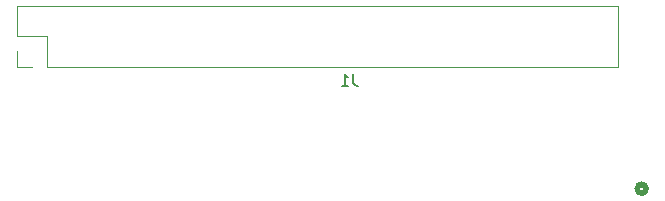
<source format=gbr>
G04 #@! TF.GenerationSoftware,KiCad,Pcbnew,8.0.6*
G04 #@! TF.CreationDate,2024-11-11T12:49:33-08:00*
G04 #@! TF.ProjectId,pi-zero-serial-hat,70692d7a-6572-46f2-9d73-657269616c2d,1.0*
G04 #@! TF.SameCoordinates,Original*
G04 #@! TF.FileFunction,Legend,Bot*
G04 #@! TF.FilePolarity,Positive*
%FSLAX46Y46*%
G04 Gerber Fmt 4.6, Leading zero omitted, Abs format (unit mm)*
G04 Created by KiCad (PCBNEW 8.0.6) date 2024-11-11 12:49:33*
%MOMM*%
%LPD*%
G01*
G04 APERTURE LIST*
%ADD10C,0.150000*%
%ADD11C,0.508000*%
%ADD12C,0.120000*%
G04 APERTURE END LIST*
D10*
X153115333Y-97772819D02*
X153115333Y-98487104D01*
X153115333Y-98487104D02*
X153162952Y-98629961D01*
X153162952Y-98629961D02*
X153258190Y-98725200D01*
X153258190Y-98725200D02*
X153401047Y-98772819D01*
X153401047Y-98772819D02*
X153496285Y-98772819D01*
X152115333Y-98772819D02*
X152686761Y-98772819D01*
X152401047Y-98772819D02*
X152401047Y-97772819D01*
X152401047Y-97772819D02*
X152496285Y-97915676D01*
X152496285Y-97915676D02*
X152591523Y-98010914D01*
X152591523Y-98010914D02*
X152686761Y-98058533D01*
D11*
X177913000Y-107478200D02*
G75*
G02*
X177151000Y-107478200I-381000J0D01*
G01*
X177151000Y-107478200D02*
G75*
G02*
X177913000Y-107478200I381000J0D01*
G01*
D12*
X124602000Y-94588000D02*
X124602000Y-91988000D01*
X124602000Y-97188000D02*
X124602000Y-95858000D01*
X125932000Y-97188000D02*
X124602000Y-97188000D01*
X127202000Y-94588000D02*
X124602000Y-94588000D01*
X127202000Y-97188000D02*
X127202000Y-94588000D01*
X175522000Y-91988000D02*
X124602000Y-91988000D01*
X175522000Y-97188000D02*
X127202000Y-97188000D01*
X175522000Y-97188000D02*
X175522000Y-91988000D01*
M02*

</source>
